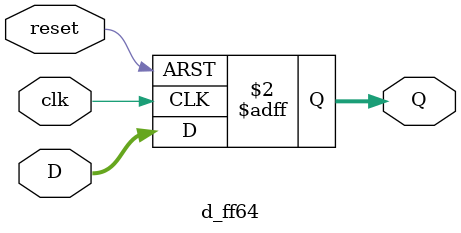
<source format=v>
module d_ff1 (input clk,
              input reset,
              input D,
              output reg Q);

always @ (posedge clk or posedge reset) begin
  if (reset) begin
    Q <= 0;
  end else begin
    Q <= D;
  end
end
endmodule   //d_ff1
/////////////////////////////////////////////////////////////////////////////////////
//when we need a 64 input Flip-Flop
module d_ff64 (input clk,
               input reset,
               input [63:0] D,
               output reg [63:0] Q);

always @ (posedge clk or posedge reset) begin
  if (reset) begin
    Q <= 64'b0;
  end else begin
    Q <= D;
  end
end
endmodule   //d_ff64 




</source>
